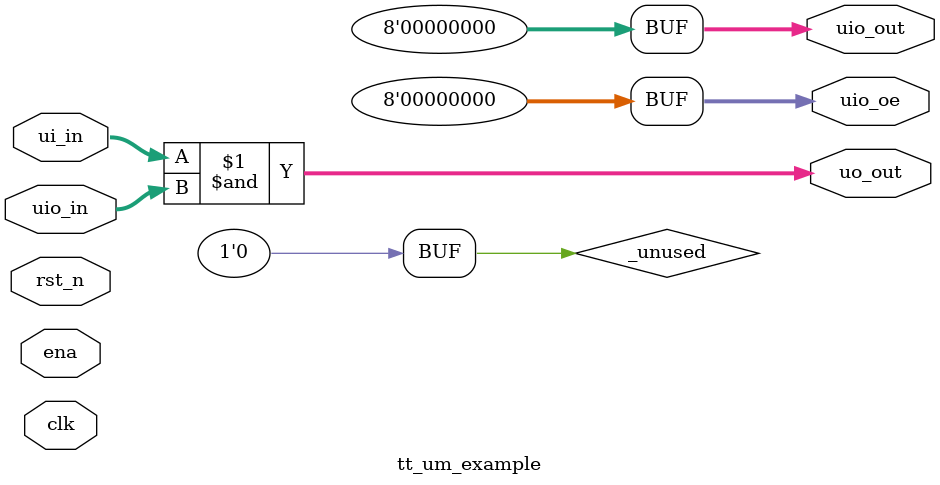
<source format=v>
/*
 * Copyright (c) 2024 Your Name
 * SPDX-License-Identifier: Apache-2.0
 */

`default_nettype none

module tt_um_example (
    input  wire [7:0] ui_in,    // Dedicated inputs (A[7:0])
    output wire [7:0] uo_out,   // Dedicated outputs (C[7:0])
    input  wire [7:0] uio_in,   // IOs: Input path (B[7:0])
    output wire [7:0] uio_out,  // IOs: Output path (Not used)
    output wire [7:0] uio_oe,   // IOs: Enable path (active high: 0=input, 1=output)
    input  wire       ena,      // always 1 when the design is powered
    input  wire       clk,      // clock (not needed for combinational logic)
    input  wire       rst_n     // reset_n - low to reset (not needed)
);

    // Correctly assign the bitwise AND operation to output
    assign uo_out = ui_in & uio_in;  

    // Required assignments to avoid workflow errors
    assign uio_out = 8'b00000000;  // Set to zero to prevent synthesis issues
    assign uio_oe  = 8'b00000000;  // Ensure it's properly set to avoid floating values

    // List all unused inputs to prevent warnings
    wire _unused = &{ena, clk, rst_n, 1'b0};

endmodule


</source>
